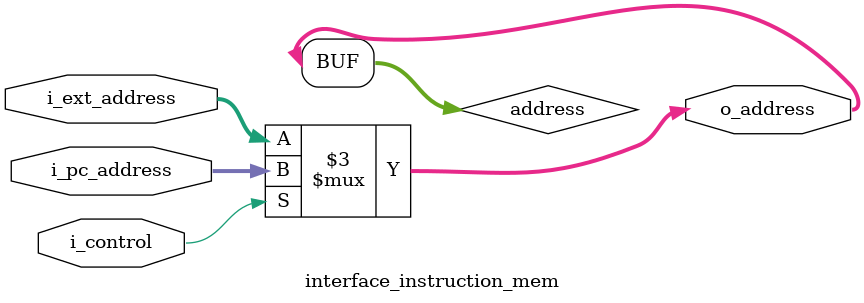
<source format=v>
`timescale 1ns / 1ps


module interface_instruction_mem
#(
    parameter NB_PC = 32
)
(
    input   [NB_PC-1:0] i_pc_address,
    input   [NB_PC-1:0] i_ext_address,
    input   i_control, //1 PC - 0 EXT
    output  [NB_PC-1:0] o_address
);

reg   [NB_PC-1:0] address;

always@(*)
begin
    if(i_control)
        address = i_pc_address;
    else
        address = i_ext_address;        
end

assign  o_address = address; 

endmodule

</source>
